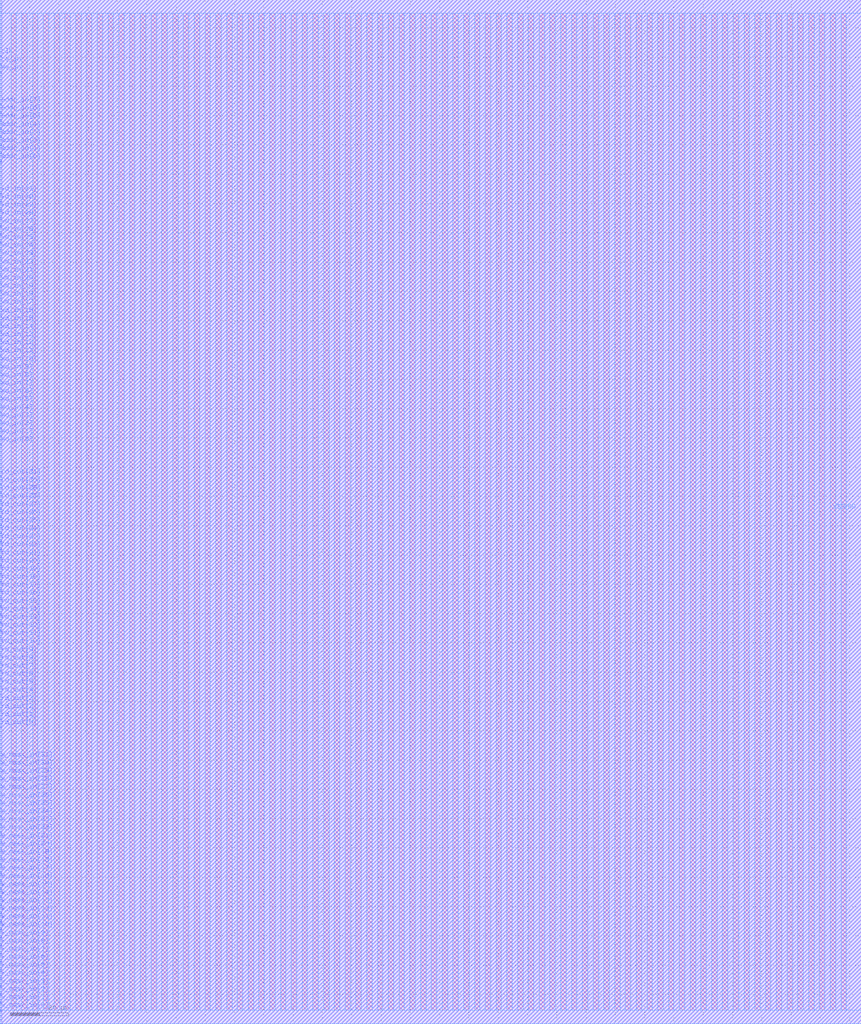
<source format=lef>
VERSION 5.7 ;
BUSBITCHARS "[]" ;
MACRO fakeram130_256x32
  FOREIGN fakeram130_256x32 0 0 ;
  SYMMETRY X Y ;
  SIZE 293.940 BY 349.520 ;
  CLASS BLOCK ;
  PIN w_mask_in[0]
    DIRECTION INPUT ;
    USE SIGNAL ;
    SHAPE ABUTMENT ;
    PORT
      LAYER met3 ;
      RECT 0.000 4.370 0.460 4.830 ;
    END
  END w_mask_in[0]
  PIN w_mask_in[1]
    DIRECTION INPUT ;
    USE SIGNAL ;
    SHAPE ABUTMENT ;
    PORT
      LAYER met3 ;
      RECT 0.000 7.130 0.460 7.590 ;
    END
  END w_mask_in[1]
  PIN w_mask_in[2]
    DIRECTION INPUT ;
    USE SIGNAL ;
    SHAPE ABUTMENT ;
    PORT
      LAYER met3 ;
      RECT 0.000 9.890 0.460 10.350 ;
    END
  END w_mask_in[2]
  PIN w_mask_in[3]
    DIRECTION INPUT ;
    USE SIGNAL ;
    SHAPE ABUTMENT ;
    PORT
      LAYER met3 ;
      RECT 0.000 12.650 0.460 13.110 ;
    END
  END w_mask_in[3]
  PIN w_mask_in[4]
    DIRECTION INPUT ;
    USE SIGNAL ;
    SHAPE ABUTMENT ;
    PORT
      LAYER met3 ;
      RECT 0.000 15.410 0.460 15.870 ;
    END
  END w_mask_in[4]
  PIN w_mask_in[5]
    DIRECTION INPUT ;
    USE SIGNAL ;
    SHAPE ABUTMENT ;
    PORT
      LAYER met3 ;
      RECT 0.000 18.170 0.460 18.630 ;
    END
  END w_mask_in[5]
  PIN w_mask_in[6]
    DIRECTION INPUT ;
    USE SIGNAL ;
    SHAPE ABUTMENT ;
    PORT
      LAYER met3 ;
      RECT 0.000 20.930 0.460 21.390 ;
    END
  END w_mask_in[6]
  PIN w_mask_in[7]
    DIRECTION INPUT ;
    USE SIGNAL ;
    SHAPE ABUTMENT ;
    PORT
      LAYER met3 ;
      RECT 0.000 23.690 0.460 24.150 ;
    END
  END w_mask_in[7]
  PIN w_mask_in[8]
    DIRECTION INPUT ;
    USE SIGNAL ;
    SHAPE ABUTMENT ;
    PORT
      LAYER met3 ;
      RECT 0.000 26.450 0.460 26.910 ;
    END
  END w_mask_in[8]
  PIN w_mask_in[9]
    DIRECTION INPUT ;
    USE SIGNAL ;
    SHAPE ABUTMENT ;
    PORT
      LAYER met3 ;
      RECT 0.000 29.210 0.460 29.670 ;
    END
  END w_mask_in[9]
  PIN w_mask_in[10]
    DIRECTION INPUT ;
    USE SIGNAL ;
    SHAPE ABUTMENT ;
    PORT
      LAYER met3 ;
      RECT 0.000 31.970 0.460 32.430 ;
    END
  END w_mask_in[10]
  PIN w_mask_in[11]
    DIRECTION INPUT ;
    USE SIGNAL ;
    SHAPE ABUTMENT ;
    PORT
      LAYER met3 ;
      RECT 0.000 34.730 0.460 35.190 ;
    END
  END w_mask_in[11]
  PIN w_mask_in[12]
    DIRECTION INPUT ;
    USE SIGNAL ;
    SHAPE ABUTMENT ;
    PORT
      LAYER met3 ;
      RECT 0.000 37.490 0.460 37.950 ;
    END
  END w_mask_in[12]
  PIN w_mask_in[13]
    DIRECTION INPUT ;
    USE SIGNAL ;
    SHAPE ABUTMENT ;
    PORT
      LAYER met3 ;
      RECT 0.000 40.250 0.460 40.710 ;
    END
  END w_mask_in[13]
  PIN w_mask_in[14]
    DIRECTION INPUT ;
    USE SIGNAL ;
    SHAPE ABUTMENT ;
    PORT
      LAYER met3 ;
      RECT 0.000 43.010 0.460 43.470 ;
    END
  END w_mask_in[14]
  PIN w_mask_in[15]
    DIRECTION INPUT ;
    USE SIGNAL ;
    SHAPE ABUTMENT ;
    PORT
      LAYER met3 ;
      RECT 0.000 45.770 0.460 46.230 ;
    END
  END w_mask_in[15]
  PIN w_mask_in[16]
    DIRECTION INPUT ;
    USE SIGNAL ;
    SHAPE ABUTMENT ;
    PORT
      LAYER met3 ;
      RECT 0.000 48.530 0.460 48.990 ;
    END
  END w_mask_in[16]
  PIN w_mask_in[17]
    DIRECTION INPUT ;
    USE SIGNAL ;
    SHAPE ABUTMENT ;
    PORT
      LAYER met3 ;
      RECT 0.000 51.290 0.460 51.750 ;
    END
  END w_mask_in[17]
  PIN w_mask_in[18]
    DIRECTION INPUT ;
    USE SIGNAL ;
    SHAPE ABUTMENT ;
    PORT
      LAYER met3 ;
      RECT 0.000 54.050 0.460 54.510 ;
    END
  END w_mask_in[18]
  PIN w_mask_in[19]
    DIRECTION INPUT ;
    USE SIGNAL ;
    SHAPE ABUTMENT ;
    PORT
      LAYER met3 ;
      RECT 0.000 56.810 0.460 57.270 ;
    END
  END w_mask_in[19]
  PIN w_mask_in[20]
    DIRECTION INPUT ;
    USE SIGNAL ;
    SHAPE ABUTMENT ;
    PORT
      LAYER met3 ;
      RECT 0.000 59.570 0.460 60.030 ;
    END
  END w_mask_in[20]
  PIN w_mask_in[21]
    DIRECTION INPUT ;
    USE SIGNAL ;
    SHAPE ABUTMENT ;
    PORT
      LAYER met3 ;
      RECT 0.000 62.330 0.460 62.790 ;
    END
  END w_mask_in[21]
  PIN w_mask_in[22]
    DIRECTION INPUT ;
    USE SIGNAL ;
    SHAPE ABUTMENT ;
    PORT
      LAYER met3 ;
      RECT 0.000 65.090 0.460 65.550 ;
    END
  END w_mask_in[22]
  PIN w_mask_in[23]
    DIRECTION INPUT ;
    USE SIGNAL ;
    SHAPE ABUTMENT ;
    PORT
      LAYER met3 ;
      RECT 0.000 67.850 0.460 68.310 ;
    END
  END w_mask_in[23]
  PIN w_mask_in[24]
    DIRECTION INPUT ;
    USE SIGNAL ;
    SHAPE ABUTMENT ;
    PORT
      LAYER met3 ;
      RECT 0.000 70.610 0.460 71.070 ;
    END
  END w_mask_in[24]
  PIN w_mask_in[25]
    DIRECTION INPUT ;
    USE SIGNAL ;
    SHAPE ABUTMENT ;
    PORT
      LAYER met3 ;
      RECT 0.000 73.370 0.460 73.830 ;
    END
  END w_mask_in[25]
  PIN w_mask_in[26]
    DIRECTION INPUT ;
    USE SIGNAL ;
    SHAPE ABUTMENT ;
    PORT
      LAYER met3 ;
      RECT 0.000 76.130 0.460 76.590 ;
    END
  END w_mask_in[26]
  PIN w_mask_in[27]
    DIRECTION INPUT ;
    USE SIGNAL ;
    SHAPE ABUTMENT ;
    PORT
      LAYER met3 ;
      RECT 0.000 78.890 0.460 79.350 ;
    END
  END w_mask_in[27]
  PIN w_mask_in[28]
    DIRECTION INPUT ;
    USE SIGNAL ;
    SHAPE ABUTMENT ;
    PORT
      LAYER met3 ;
      RECT 0.000 81.650 0.460 82.110 ;
    END
  END w_mask_in[28]
  PIN w_mask_in[29]
    DIRECTION INPUT ;
    USE SIGNAL ;
    SHAPE ABUTMENT ;
    PORT
      LAYER met3 ;
      RECT 0.000 84.410 0.460 84.870 ;
    END
  END w_mask_in[29]
  PIN w_mask_in[30]
    DIRECTION INPUT ;
    USE SIGNAL ;
    SHAPE ABUTMENT ;
    PORT
      LAYER met3 ;
      RECT 0.000 87.170 0.460 87.630 ;
    END
  END w_mask_in[30]
  PIN w_mask_in[31]
    DIRECTION INPUT ;
    USE SIGNAL ;
    SHAPE ABUTMENT ;
    PORT
      LAYER met3 ;
      RECT 0.000 89.930 0.460 90.390 ;
    END
  END w_mask_in[31]
  PIN rd_out[0]
    DIRECTION OUTPUT ;
    USE SIGNAL ;
    SHAPE ABUTMENT ;
    PORT
      LAYER met3 ;
      RECT 0.000 100.970 0.460 101.430 ;
    END
  END rd_out[0]
  PIN rd_out[1]
    DIRECTION OUTPUT ;
    USE SIGNAL ;
    SHAPE ABUTMENT ;
    PORT
      LAYER met3 ;
      RECT 0.000 103.730 0.460 104.190 ;
    END
  END rd_out[1]
  PIN rd_out[2]
    DIRECTION OUTPUT ;
    USE SIGNAL ;
    SHAPE ABUTMENT ;
    PORT
      LAYER met3 ;
      RECT 0.000 106.490 0.460 106.950 ;
    END
  END rd_out[2]
  PIN rd_out[3]
    DIRECTION OUTPUT ;
    USE SIGNAL ;
    SHAPE ABUTMENT ;
    PORT
      LAYER met3 ;
      RECT 0.000 109.250 0.460 109.710 ;
    END
  END rd_out[3]
  PIN rd_out[4]
    DIRECTION OUTPUT ;
    USE SIGNAL ;
    SHAPE ABUTMENT ;
    PORT
      LAYER met3 ;
      RECT 0.000 112.010 0.460 112.470 ;
    END
  END rd_out[4]
  PIN rd_out[5]
    DIRECTION OUTPUT ;
    USE SIGNAL ;
    SHAPE ABUTMENT ;
    PORT
      LAYER met3 ;
      RECT 0.000 114.770 0.460 115.230 ;
    END
  END rd_out[5]
  PIN rd_out[6]
    DIRECTION OUTPUT ;
    USE SIGNAL ;
    SHAPE ABUTMENT ;
    PORT
      LAYER met3 ;
      RECT 0.000 117.530 0.460 117.990 ;
    END
  END rd_out[6]
  PIN rd_out[7]
    DIRECTION OUTPUT ;
    USE SIGNAL ;
    SHAPE ABUTMENT ;
    PORT
      LAYER met3 ;
      RECT 0.000 120.290 0.460 120.750 ;
    END
  END rd_out[7]
  PIN rd_out[8]
    DIRECTION OUTPUT ;
    USE SIGNAL ;
    SHAPE ABUTMENT ;
    PORT
      LAYER met3 ;
      RECT 0.000 123.050 0.460 123.510 ;
    END
  END rd_out[8]
  PIN rd_out[9]
    DIRECTION OUTPUT ;
    USE SIGNAL ;
    SHAPE ABUTMENT ;
    PORT
      LAYER met3 ;
      RECT 0.000 125.810 0.460 126.270 ;
    END
  END rd_out[9]
  PIN rd_out[10]
    DIRECTION OUTPUT ;
    USE SIGNAL ;
    SHAPE ABUTMENT ;
    PORT
      LAYER met3 ;
      RECT 0.000 128.570 0.460 129.030 ;
    END
  END rd_out[10]
  PIN rd_out[11]
    DIRECTION OUTPUT ;
    USE SIGNAL ;
    SHAPE ABUTMENT ;
    PORT
      LAYER met3 ;
      RECT 0.000 131.330 0.460 131.790 ;
    END
  END rd_out[11]
  PIN rd_out[12]
    DIRECTION OUTPUT ;
    USE SIGNAL ;
    SHAPE ABUTMENT ;
    PORT
      LAYER met3 ;
      RECT 0.000 134.090 0.460 134.550 ;
    END
  END rd_out[12]
  PIN rd_out[13]
    DIRECTION OUTPUT ;
    USE SIGNAL ;
    SHAPE ABUTMENT ;
    PORT
      LAYER met3 ;
      RECT 0.000 136.850 0.460 137.310 ;
    END
  END rd_out[13]
  PIN rd_out[14]
    DIRECTION OUTPUT ;
    USE SIGNAL ;
    SHAPE ABUTMENT ;
    PORT
      LAYER met3 ;
      RECT 0.000 139.610 0.460 140.070 ;
    END
  END rd_out[14]
  PIN rd_out[15]
    DIRECTION OUTPUT ;
    USE SIGNAL ;
    SHAPE ABUTMENT ;
    PORT
      LAYER met3 ;
      RECT 0.000 142.370 0.460 142.830 ;
    END
  END rd_out[15]
  PIN rd_out[16]
    DIRECTION OUTPUT ;
    USE SIGNAL ;
    SHAPE ABUTMENT ;
    PORT
      LAYER met3 ;
      RECT 0.000 145.130 0.460 145.590 ;
    END
  END rd_out[16]
  PIN rd_out[17]
    DIRECTION OUTPUT ;
    USE SIGNAL ;
    SHAPE ABUTMENT ;
    PORT
      LAYER met3 ;
      RECT 0.000 147.890 0.460 148.350 ;
    END
  END rd_out[17]
  PIN rd_out[18]
    DIRECTION OUTPUT ;
    USE SIGNAL ;
    SHAPE ABUTMENT ;
    PORT
      LAYER met3 ;
      RECT 0.000 150.650 0.460 151.110 ;
    END
  END rd_out[18]
  PIN rd_out[19]
    DIRECTION OUTPUT ;
    USE SIGNAL ;
    SHAPE ABUTMENT ;
    PORT
      LAYER met3 ;
      RECT 0.000 153.410 0.460 153.870 ;
    END
  END rd_out[19]
  PIN rd_out[20]
    DIRECTION OUTPUT ;
    USE SIGNAL ;
    SHAPE ABUTMENT ;
    PORT
      LAYER met3 ;
      RECT 0.000 156.170 0.460 156.630 ;
    END
  END rd_out[20]
  PIN rd_out[21]
    DIRECTION OUTPUT ;
    USE SIGNAL ;
    SHAPE ABUTMENT ;
    PORT
      LAYER met3 ;
      RECT 0.000 158.930 0.460 159.390 ;
    END
  END rd_out[21]
  PIN rd_out[22]
    DIRECTION OUTPUT ;
    USE SIGNAL ;
    SHAPE ABUTMENT ;
    PORT
      LAYER met3 ;
      RECT 0.000 161.690 0.460 162.150 ;
    END
  END rd_out[22]
  PIN rd_out[23]
    DIRECTION OUTPUT ;
    USE SIGNAL ;
    SHAPE ABUTMENT ;
    PORT
      LAYER met3 ;
      RECT 0.000 164.450 0.460 164.910 ;
    END
  END rd_out[23]
  PIN rd_out[24]
    DIRECTION OUTPUT ;
    USE SIGNAL ;
    SHAPE ABUTMENT ;
    PORT
      LAYER met3 ;
      RECT 0.000 167.210 0.460 167.670 ;
    END
  END rd_out[24]
  PIN rd_out[25]
    DIRECTION OUTPUT ;
    USE SIGNAL ;
    SHAPE ABUTMENT ;
    PORT
      LAYER met3 ;
      RECT 0.000 169.970 0.460 170.430 ;
    END
  END rd_out[25]
  PIN rd_out[26]
    DIRECTION OUTPUT ;
    USE SIGNAL ;
    SHAPE ABUTMENT ;
    PORT
      LAYER met3 ;
      RECT 0.000 172.730 0.460 173.190 ;
    END
  END rd_out[26]
  PIN rd_out[27]
    DIRECTION OUTPUT ;
    USE SIGNAL ;
    SHAPE ABUTMENT ;
    PORT
      LAYER met3 ;
      RECT 0.000 175.490 0.460 175.950 ;
    END
  END rd_out[27]
  PIN rd_out[28]
    DIRECTION OUTPUT ;
    USE SIGNAL ;
    SHAPE ABUTMENT ;
    PORT
      LAYER met3 ;
      RECT 0.000 178.250 0.460 178.710 ;
    END
  END rd_out[28]
  PIN rd_out[29]
    DIRECTION OUTPUT ;
    USE SIGNAL ;
    SHAPE ABUTMENT ;
    PORT
      LAYER met3 ;
      RECT 0.000 181.010 0.460 181.470 ;
    END
  END rd_out[29]
  PIN rd_out[30]
    DIRECTION OUTPUT ;
    USE SIGNAL ;
    SHAPE ABUTMENT ;
    PORT
      LAYER met3 ;
      RECT 0.000 183.770 0.460 184.230 ;
    END
  END rd_out[30]
  PIN rd_out[31]
    DIRECTION OUTPUT ;
    USE SIGNAL ;
    SHAPE ABUTMENT ;
    PORT
      LAYER met3 ;
      RECT 0.000 186.530 0.460 186.990 ;
    END
  END rd_out[31]
  PIN wd_in[0]
    DIRECTION INPUT ;
    USE SIGNAL ;
    SHAPE ABUTMENT ;
    PORT
      LAYER met3 ;
      RECT 0.000 197.570 0.460 198.030 ;
    END
  END wd_in[0]
  PIN wd_in[1]
    DIRECTION INPUT ;
    USE SIGNAL ;
    SHAPE ABUTMENT ;
    PORT
      LAYER met3 ;
      RECT 0.000 200.330 0.460 200.790 ;
    END
  END wd_in[1]
  PIN wd_in[2]
    DIRECTION INPUT ;
    USE SIGNAL ;
    SHAPE ABUTMENT ;
    PORT
      LAYER met3 ;
      RECT 0.000 203.090 0.460 203.550 ;
    END
  END wd_in[2]
  PIN wd_in[3]
    DIRECTION INPUT ;
    USE SIGNAL ;
    SHAPE ABUTMENT ;
    PORT
      LAYER met3 ;
      RECT 0.000 205.850 0.460 206.310 ;
    END
  END wd_in[3]
  PIN wd_in[4]
    DIRECTION INPUT ;
    USE SIGNAL ;
    SHAPE ABUTMENT ;
    PORT
      LAYER met3 ;
      RECT 0.000 208.610 0.460 209.070 ;
    END
  END wd_in[4]
  PIN wd_in[5]
    DIRECTION INPUT ;
    USE SIGNAL ;
    SHAPE ABUTMENT ;
    PORT
      LAYER met3 ;
      RECT 0.000 211.370 0.460 211.830 ;
    END
  END wd_in[5]
  PIN wd_in[6]
    DIRECTION INPUT ;
    USE SIGNAL ;
    SHAPE ABUTMENT ;
    PORT
      LAYER met3 ;
      RECT 0.000 214.130 0.460 214.590 ;
    END
  END wd_in[6]
  PIN wd_in[7]
    DIRECTION INPUT ;
    USE SIGNAL ;
    SHAPE ABUTMENT ;
    PORT
      LAYER met3 ;
      RECT 0.000 216.890 0.460 217.350 ;
    END
  END wd_in[7]
  PIN wd_in[8]
    DIRECTION INPUT ;
    USE SIGNAL ;
    SHAPE ABUTMENT ;
    PORT
      LAYER met3 ;
      RECT 0.000 219.650 0.460 220.110 ;
    END
  END wd_in[8]
  PIN wd_in[9]
    DIRECTION INPUT ;
    USE SIGNAL ;
    SHAPE ABUTMENT ;
    PORT
      LAYER met3 ;
      RECT 0.000 222.410 0.460 222.870 ;
    END
  END wd_in[9]
  PIN wd_in[10]
    DIRECTION INPUT ;
    USE SIGNAL ;
    SHAPE ABUTMENT ;
    PORT
      LAYER met3 ;
      RECT 0.000 225.170 0.460 225.630 ;
    END
  END wd_in[10]
  PIN wd_in[11]
    DIRECTION INPUT ;
    USE SIGNAL ;
    SHAPE ABUTMENT ;
    PORT
      LAYER met3 ;
      RECT 0.000 227.930 0.460 228.390 ;
    END
  END wd_in[11]
  PIN wd_in[12]
    DIRECTION INPUT ;
    USE SIGNAL ;
    SHAPE ABUTMENT ;
    PORT
      LAYER met3 ;
      RECT 0.000 230.690 0.460 231.150 ;
    END
  END wd_in[12]
  PIN wd_in[13]
    DIRECTION INPUT ;
    USE SIGNAL ;
    SHAPE ABUTMENT ;
    PORT
      LAYER met3 ;
      RECT 0.000 233.450 0.460 233.910 ;
    END
  END wd_in[13]
  PIN wd_in[14]
    DIRECTION INPUT ;
    USE SIGNAL ;
    SHAPE ABUTMENT ;
    PORT
      LAYER met3 ;
      RECT 0.000 236.210 0.460 236.670 ;
    END
  END wd_in[14]
  PIN wd_in[15]
    DIRECTION INPUT ;
    USE SIGNAL ;
    SHAPE ABUTMENT ;
    PORT
      LAYER met3 ;
      RECT 0.000 238.970 0.460 239.430 ;
    END
  END wd_in[15]
  PIN wd_in[16]
    DIRECTION INPUT ;
    USE SIGNAL ;
    SHAPE ABUTMENT ;
    PORT
      LAYER met3 ;
      RECT 0.000 241.730 0.460 242.190 ;
    END
  END wd_in[16]
  PIN wd_in[17]
    DIRECTION INPUT ;
    USE SIGNAL ;
    SHAPE ABUTMENT ;
    PORT
      LAYER met3 ;
      RECT 0.000 244.490 0.460 244.950 ;
    END
  END wd_in[17]
  PIN wd_in[18]
    DIRECTION INPUT ;
    USE SIGNAL ;
    SHAPE ABUTMENT ;
    PORT
      LAYER met3 ;
      RECT 0.000 247.250 0.460 247.710 ;
    END
  END wd_in[18]
  PIN wd_in[19]
    DIRECTION INPUT ;
    USE SIGNAL ;
    SHAPE ABUTMENT ;
    PORT
      LAYER met3 ;
      RECT 0.000 250.010 0.460 250.470 ;
    END
  END wd_in[19]
  PIN wd_in[20]
    DIRECTION INPUT ;
    USE SIGNAL ;
    SHAPE ABUTMENT ;
    PORT
      LAYER met3 ;
      RECT 0.000 252.770 0.460 253.230 ;
    END
  END wd_in[20]
  PIN wd_in[21]
    DIRECTION INPUT ;
    USE SIGNAL ;
    SHAPE ABUTMENT ;
    PORT
      LAYER met3 ;
      RECT 0.000 255.530 0.460 255.990 ;
    END
  END wd_in[21]
  PIN wd_in[22]
    DIRECTION INPUT ;
    USE SIGNAL ;
    SHAPE ABUTMENT ;
    PORT
      LAYER met3 ;
      RECT 0.000 258.290 0.460 258.750 ;
    END
  END wd_in[22]
  PIN wd_in[23]
    DIRECTION INPUT ;
    USE SIGNAL ;
    SHAPE ABUTMENT ;
    PORT
      LAYER met3 ;
      RECT 0.000 261.050 0.460 261.510 ;
    END
  END wd_in[23]
  PIN wd_in[24]
    DIRECTION INPUT ;
    USE SIGNAL ;
    SHAPE ABUTMENT ;
    PORT
      LAYER met3 ;
      RECT 0.000 263.810 0.460 264.270 ;
    END
  END wd_in[24]
  PIN wd_in[25]
    DIRECTION INPUT ;
    USE SIGNAL ;
    SHAPE ABUTMENT ;
    PORT
      LAYER met3 ;
      RECT 0.000 266.570 0.460 267.030 ;
    END
  END wd_in[25]
  PIN wd_in[26]
    DIRECTION INPUT ;
    USE SIGNAL ;
    SHAPE ABUTMENT ;
    PORT
      LAYER met3 ;
      RECT 0.000 269.330 0.460 269.790 ;
    END
  END wd_in[26]
  PIN wd_in[27]
    DIRECTION INPUT ;
    USE SIGNAL ;
    SHAPE ABUTMENT ;
    PORT
      LAYER met3 ;
      RECT 0.000 272.090 0.460 272.550 ;
    END
  END wd_in[27]
  PIN wd_in[28]
    DIRECTION INPUT ;
    USE SIGNAL ;
    SHAPE ABUTMENT ;
    PORT
      LAYER met3 ;
      RECT 0.000 274.850 0.460 275.310 ;
    END
  END wd_in[28]
  PIN wd_in[29]
    DIRECTION INPUT ;
    USE SIGNAL ;
    SHAPE ABUTMENT ;
    PORT
      LAYER met3 ;
      RECT 0.000 277.610 0.460 278.070 ;
    END
  END wd_in[29]
  PIN wd_in[30]
    DIRECTION INPUT ;
    USE SIGNAL ;
    SHAPE ABUTMENT ;
    PORT
      LAYER met3 ;
      RECT 0.000 280.370 0.460 280.830 ;
    END
  END wd_in[30]
  PIN wd_in[31]
    DIRECTION INPUT ;
    USE SIGNAL ;
    SHAPE ABUTMENT ;
    PORT
      LAYER met3 ;
      RECT 0.000 283.130 0.460 283.590 ;
    END
  END wd_in[31]
  PIN addr_in[0]
    DIRECTION INPUT ;
    USE SIGNAL ;
    SHAPE ABUTMENT ;
    PORT
      LAYER met3 ;
      RECT 0.000 294.170 0.460 294.630 ;
    END
  END addr_in[0]
  PIN addr_in[1]
    DIRECTION INPUT ;
    USE SIGNAL ;
    SHAPE ABUTMENT ;
    PORT
      LAYER met3 ;
      RECT 0.000 296.930 0.460 297.390 ;
    END
  END addr_in[1]
  PIN addr_in[2]
    DIRECTION INPUT ;
    USE SIGNAL ;
    SHAPE ABUTMENT ;
    PORT
      LAYER met3 ;
      RECT 0.000 299.690 0.460 300.150 ;
    END
  END addr_in[2]
  PIN addr_in[3]
    DIRECTION INPUT ;
    USE SIGNAL ;
    SHAPE ABUTMENT ;
    PORT
      LAYER met3 ;
      RECT 0.000 302.450 0.460 302.910 ;
    END
  END addr_in[3]
  PIN addr_in[4]
    DIRECTION INPUT ;
    USE SIGNAL ;
    SHAPE ABUTMENT ;
    PORT
      LAYER met3 ;
      RECT 0.000 305.210 0.460 305.670 ;
    END
  END addr_in[4]
  PIN addr_in[5]
    DIRECTION INPUT ;
    USE SIGNAL ;
    SHAPE ABUTMENT ;
    PORT
      LAYER met3 ;
      RECT 0.000 307.970 0.460 308.430 ;
    END
  END addr_in[5]
  PIN addr_in[6]
    DIRECTION INPUT ;
    USE SIGNAL ;
    SHAPE ABUTMENT ;
    PORT
      LAYER met3 ;
      RECT 0.000 310.730 0.460 311.190 ;
    END
  END addr_in[6]
  PIN addr_in[7]
    DIRECTION INPUT ;
    USE SIGNAL ;
    SHAPE ABUTMENT ;
    PORT
      LAYER met3 ;
      RECT 0.000 313.490 0.460 313.950 ;
    END
  END addr_in[7]
  PIN we_in
    DIRECTION INPUT ;
    USE SIGNAL ;
    SHAPE ABUTMENT ;
    PORT
      LAYER met3 ;
      RECT 0.000 324.530 0.460 324.990 ;
    END
  END we_in
  PIN ce_in
    DIRECTION INPUT ;
    USE SIGNAL ;
    SHAPE ABUTMENT ;
    PORT
      LAYER met3 ;
      RECT 0.000 327.290 0.460 327.750 ;
    END
  END ce_in
  PIN clk
    DIRECTION INPUT ;
    USE SIGNAL ;
    SHAPE ABUTMENT ;
    PORT
      LAYER met3 ;
      RECT 0.000 330.050 0.460 330.510 ;
    END
  END clk
  PIN VSS
    DIRECTION INOUT ;
    USE GROUND ;
    PORT
      LAYER met4 ;
      RECT 3.680 4.600 5.520 344.920 ;
      RECT 11.040 4.600 12.880 344.920 ;
      RECT 18.400 4.600 20.240 344.920 ;
      RECT 25.760 4.600 27.600 344.920 ;
      RECT 33.120 4.600 34.960 344.920 ;
      RECT 40.480 4.600 42.320 344.920 ;
      RECT 47.840 4.600 49.680 344.920 ;
      RECT 55.200 4.600 57.040 344.920 ;
      RECT 62.560 4.600 64.400 344.920 ;
      RECT 69.920 4.600 71.760 344.920 ;
      RECT 77.280 4.600 79.120 344.920 ;
      RECT 84.640 4.600 86.480 344.920 ;
      RECT 92.000 4.600 93.840 344.920 ;
      RECT 99.360 4.600 101.200 344.920 ;
      RECT 106.720 4.600 108.560 344.920 ;
      RECT 114.080 4.600 115.920 344.920 ;
      RECT 121.440 4.600 123.280 344.920 ;
      RECT 128.800 4.600 130.640 344.920 ;
      RECT 136.160 4.600 138.000 344.920 ;
      RECT 143.520 4.600 145.360 344.920 ;
      RECT 150.880 4.600 152.720 344.920 ;
      RECT 158.240 4.600 160.080 344.920 ;
      RECT 165.600 4.600 167.440 344.920 ;
      RECT 172.960 4.600 174.800 344.920 ;
      RECT 180.320 4.600 182.160 344.920 ;
      RECT 187.680 4.600 189.520 344.920 ;
      RECT 195.040 4.600 196.880 344.920 ;
      RECT 202.400 4.600 204.240 344.920 ;
      RECT 209.760 4.600 211.600 344.920 ;
      RECT 217.120 4.600 218.960 344.920 ;
      RECT 224.480 4.600 226.320 344.920 ;
      RECT 231.840 4.600 233.680 344.920 ;
      RECT 239.200 4.600 241.040 344.920 ;
      RECT 246.560 4.600 248.400 344.920 ;
      RECT 253.920 4.600 255.760 344.920 ;
      RECT 261.280 4.600 263.120 344.920 ;
      RECT 268.640 4.600 270.480 344.920 ;
      RECT 276.000 4.600 277.840 344.920 ;
      RECT 283.360 4.600 285.200 344.920 ;
    END
  END VSS
  PIN VDD
    DIRECTION INOUT ;
    USE POWER ;
    PORT
      LAYER met4 ;
      RECT 7.360 4.600 9.200 344.920 ;
      RECT 14.720 4.600 16.560 344.920 ;
      RECT 22.080 4.600 23.920 344.920 ;
      RECT 29.440 4.600 31.280 344.920 ;
      RECT 36.800 4.600 38.640 344.920 ;
      RECT 44.160 4.600 46.000 344.920 ;
      RECT 51.520 4.600 53.360 344.920 ;
      RECT 58.880 4.600 60.720 344.920 ;
      RECT 66.240 4.600 68.080 344.920 ;
      RECT 73.600 4.600 75.440 344.920 ;
      RECT 80.960 4.600 82.800 344.920 ;
      RECT 88.320 4.600 90.160 344.920 ;
      RECT 95.680 4.600 97.520 344.920 ;
      RECT 103.040 4.600 104.880 344.920 ;
      RECT 110.400 4.600 112.240 344.920 ;
      RECT 117.760 4.600 119.600 344.920 ;
      RECT 125.120 4.600 126.960 344.920 ;
      RECT 132.480 4.600 134.320 344.920 ;
      RECT 139.840 4.600 141.680 344.920 ;
      RECT 147.200 4.600 149.040 344.920 ;
      RECT 154.560 4.600 156.400 344.920 ;
      RECT 161.920 4.600 163.760 344.920 ;
      RECT 169.280 4.600 171.120 344.920 ;
      RECT 176.640 4.600 178.480 344.920 ;
      RECT 184.000 4.600 185.840 344.920 ;
      RECT 191.360 4.600 193.200 344.920 ;
      RECT 198.720 4.600 200.560 344.920 ;
      RECT 206.080 4.600 207.920 344.920 ;
      RECT 213.440 4.600 215.280 344.920 ;
      RECT 220.800 4.600 222.640 344.920 ;
      RECT 228.160 4.600 230.000 344.920 ;
      RECT 235.520 4.600 237.360 344.920 ;
      RECT 242.880 4.600 244.720 344.920 ;
      RECT 250.240 4.600 252.080 344.920 ;
      RECT 257.600 4.600 259.440 344.920 ;
      RECT 264.960 4.600 266.800 344.920 ;
      RECT 272.320 4.600 274.160 344.920 ;
      RECT 279.680 4.600 281.520 344.920 ;
      RECT 287.040 4.600 288.880 344.920 ;
    END
  END VDD
  OBS
    LAYER met1 ;
    RECT 0 0 293.940 349.520 ;
    LAYER met2 ;
    RECT 0 0 293.940 349.520 ;
    LAYER met3 ;
    RECT 0.460 0 293.940 349.520 ;
    RECT 0 0.000 0.460 4.370 ;
    RECT 0 4.830 0.460 7.130 ;
    RECT 0 7.590 0.460 9.890 ;
    RECT 0 10.350 0.460 12.650 ;
    RECT 0 13.110 0.460 15.410 ;
    RECT 0 15.870 0.460 18.170 ;
    RECT 0 18.630 0.460 20.930 ;
    RECT 0 21.390 0.460 23.690 ;
    RECT 0 24.150 0.460 26.450 ;
    RECT 0 26.910 0.460 29.210 ;
    RECT 0 29.670 0.460 31.970 ;
    RECT 0 32.430 0.460 34.730 ;
    RECT 0 35.190 0.460 37.490 ;
    RECT 0 37.950 0.460 40.250 ;
    RECT 0 40.710 0.460 43.010 ;
    RECT 0 43.470 0.460 45.770 ;
    RECT 0 46.230 0.460 48.530 ;
    RECT 0 48.990 0.460 51.290 ;
    RECT 0 51.750 0.460 54.050 ;
    RECT 0 54.510 0.460 56.810 ;
    RECT 0 57.270 0.460 59.570 ;
    RECT 0 60.030 0.460 62.330 ;
    RECT 0 62.790 0.460 65.090 ;
    RECT 0 65.550 0.460 67.850 ;
    RECT 0 68.310 0.460 70.610 ;
    RECT 0 71.070 0.460 73.370 ;
    RECT 0 73.830 0.460 76.130 ;
    RECT 0 76.590 0.460 78.890 ;
    RECT 0 79.350 0.460 81.650 ;
    RECT 0 82.110 0.460 84.410 ;
    RECT 0 84.870 0.460 87.170 ;
    RECT 0 87.630 0.460 89.930 ;
    RECT 0 90.390 0.460 100.970 ;
    RECT 0 101.430 0.460 103.730 ;
    RECT 0 104.190 0.460 106.490 ;
    RECT 0 106.950 0.460 109.250 ;
    RECT 0 109.710 0.460 112.010 ;
    RECT 0 112.470 0.460 114.770 ;
    RECT 0 115.230 0.460 117.530 ;
    RECT 0 117.990 0.460 120.290 ;
    RECT 0 120.750 0.460 123.050 ;
    RECT 0 123.510 0.460 125.810 ;
    RECT 0 126.270 0.460 128.570 ;
    RECT 0 129.030 0.460 131.330 ;
    RECT 0 131.790 0.460 134.090 ;
    RECT 0 134.550 0.460 136.850 ;
    RECT 0 137.310 0.460 139.610 ;
    RECT 0 140.070 0.460 142.370 ;
    RECT 0 142.830 0.460 145.130 ;
    RECT 0 145.590 0.460 147.890 ;
    RECT 0 148.350 0.460 150.650 ;
    RECT 0 151.110 0.460 153.410 ;
    RECT 0 153.870 0.460 156.170 ;
    RECT 0 156.630 0.460 158.930 ;
    RECT 0 159.390 0.460 161.690 ;
    RECT 0 162.150 0.460 164.450 ;
    RECT 0 164.910 0.460 167.210 ;
    RECT 0 167.670 0.460 169.970 ;
    RECT 0 170.430 0.460 172.730 ;
    RECT 0 173.190 0.460 175.490 ;
    RECT 0 175.950 0.460 178.250 ;
    RECT 0 178.710 0.460 181.010 ;
    RECT 0 181.470 0.460 183.770 ;
    RECT 0 184.230 0.460 186.530 ;
    RECT 0 186.990 0.460 197.570 ;
    RECT 0 198.030 0.460 200.330 ;
    RECT 0 200.790 0.460 203.090 ;
    RECT 0 203.550 0.460 205.850 ;
    RECT 0 206.310 0.460 208.610 ;
    RECT 0 209.070 0.460 211.370 ;
    RECT 0 211.830 0.460 214.130 ;
    RECT 0 214.590 0.460 216.890 ;
    RECT 0 217.350 0.460 219.650 ;
    RECT 0 220.110 0.460 222.410 ;
    RECT 0 222.870 0.460 225.170 ;
    RECT 0 225.630 0.460 227.930 ;
    RECT 0 228.390 0.460 230.690 ;
    RECT 0 231.150 0.460 233.450 ;
    RECT 0 233.910 0.460 236.210 ;
    RECT 0 236.670 0.460 238.970 ;
    RECT 0 239.430 0.460 241.730 ;
    RECT 0 242.190 0.460 244.490 ;
    RECT 0 244.950 0.460 247.250 ;
    RECT 0 247.710 0.460 250.010 ;
    RECT 0 250.470 0.460 252.770 ;
    RECT 0 253.230 0.460 255.530 ;
    RECT 0 255.990 0.460 258.290 ;
    RECT 0 258.750 0.460 261.050 ;
    RECT 0 261.510 0.460 263.810 ;
    RECT 0 264.270 0.460 266.570 ;
    RECT 0 267.030 0.460 269.330 ;
    RECT 0 269.790 0.460 272.090 ;
    RECT 0 272.550 0.460 274.850 ;
    RECT 0 275.310 0.460 277.610 ;
    RECT 0 278.070 0.460 280.370 ;
    RECT 0 280.830 0.460 283.130 ;
    RECT 0 283.590 0.460 294.170 ;
    RECT 0 294.630 0.460 296.930 ;
    RECT 0 297.390 0.460 299.690 ;
    RECT 0 300.150 0.460 302.450 ;
    RECT 0 302.910 0.460 305.210 ;
    RECT 0 305.670 0.460 307.970 ;
    RECT 0 308.430 0.460 310.730 ;
    RECT 0 311.190 0.460 313.490 ;
    RECT 0 313.950 0.460 324.530 ;
    RECT 0 324.990 0.460 327.290 ;
    RECT 0 327.750 0.460 330.050 ;
    RECT 0 330.510 0.460 349.520 ;
    LAYER met4 ;
    RECT 0 0 293.940 4.600 ;
    RECT 0 344.920 293.940 349.520 ;
    RECT 0.000 4.600 3.680 344.920 ;
    RECT 5.520 4.600 7.360 344.920 ;
    RECT 9.200 4.600 11.040 344.920 ;
    RECT 12.880 4.600 14.720 344.920 ;
    RECT 16.560 4.600 18.400 344.920 ;
    RECT 20.240 4.600 22.080 344.920 ;
    RECT 23.920 4.600 25.760 344.920 ;
    RECT 27.600 4.600 29.440 344.920 ;
    RECT 31.280 4.600 33.120 344.920 ;
    RECT 34.960 4.600 36.800 344.920 ;
    RECT 38.640 4.600 40.480 344.920 ;
    RECT 42.320 4.600 44.160 344.920 ;
    RECT 46.000 4.600 47.840 344.920 ;
    RECT 49.680 4.600 51.520 344.920 ;
    RECT 53.360 4.600 55.200 344.920 ;
    RECT 57.040 4.600 58.880 344.920 ;
    RECT 60.720 4.600 62.560 344.920 ;
    RECT 64.400 4.600 66.240 344.920 ;
    RECT 68.080 4.600 69.920 344.920 ;
    RECT 71.760 4.600 73.600 344.920 ;
    RECT 75.440 4.600 77.280 344.920 ;
    RECT 79.120 4.600 80.960 344.920 ;
    RECT 82.800 4.600 84.640 344.920 ;
    RECT 86.480 4.600 88.320 344.920 ;
    RECT 90.160 4.600 92.000 344.920 ;
    RECT 93.840 4.600 95.680 344.920 ;
    RECT 97.520 4.600 99.360 344.920 ;
    RECT 101.200 4.600 103.040 344.920 ;
    RECT 104.880 4.600 106.720 344.920 ;
    RECT 108.560 4.600 110.400 344.920 ;
    RECT 112.240 4.600 114.080 344.920 ;
    RECT 115.920 4.600 117.760 344.920 ;
    RECT 119.600 4.600 121.440 344.920 ;
    RECT 123.280 4.600 125.120 344.920 ;
    RECT 126.960 4.600 128.800 344.920 ;
    RECT 130.640 4.600 132.480 344.920 ;
    RECT 134.320 4.600 136.160 344.920 ;
    RECT 138.000 4.600 139.840 344.920 ;
    RECT 141.680 4.600 143.520 344.920 ;
    RECT 145.360 4.600 147.200 344.920 ;
    RECT 149.040 4.600 150.880 344.920 ;
    RECT 152.720 4.600 154.560 344.920 ;
    RECT 156.400 4.600 158.240 344.920 ;
    RECT 160.080 4.600 161.920 344.920 ;
    RECT 163.760 4.600 165.600 344.920 ;
    RECT 167.440 4.600 169.280 344.920 ;
    RECT 171.120 4.600 172.960 344.920 ;
    RECT 174.800 4.600 176.640 344.920 ;
    RECT 178.480 4.600 180.320 344.920 ;
    RECT 182.160 4.600 184.000 344.920 ;
    RECT 185.840 4.600 187.680 344.920 ;
    RECT 189.520 4.600 191.360 344.920 ;
    RECT 193.200 4.600 195.040 344.920 ;
    RECT 196.880 4.600 198.720 344.920 ;
    RECT 200.560 4.600 202.400 344.920 ;
    RECT 204.240 4.600 206.080 344.920 ;
    RECT 207.920 4.600 209.760 344.920 ;
    RECT 211.600 4.600 213.440 344.920 ;
    RECT 215.280 4.600 217.120 344.920 ;
    RECT 218.960 4.600 220.800 344.920 ;
    RECT 222.640 4.600 224.480 344.920 ;
    RECT 226.320 4.600 228.160 344.920 ;
    RECT 230.000 4.600 231.840 344.920 ;
    RECT 233.680 4.600 235.520 344.920 ;
    RECT 237.360 4.600 239.200 344.920 ;
    RECT 241.040 4.600 242.880 344.920 ;
    RECT 244.720 4.600 246.560 344.920 ;
    RECT 248.400 4.600 250.240 344.920 ;
    RECT 252.080 4.600 253.920 344.920 ;
    RECT 255.760 4.600 257.600 344.920 ;
    RECT 259.440 4.600 261.280 344.920 ;
    RECT 263.120 4.600 264.960 344.920 ;
    RECT 266.800 4.600 268.640 344.920 ;
    RECT 270.480 4.600 272.320 344.920 ;
    RECT 274.160 4.600 276.000 344.920 ;
    RECT 277.840 4.600 279.680 344.920 ;
    RECT 281.520 4.600 283.360 344.920 ;
    RECT 285.200 4.600 287.040 344.920 ;
    RECT 288.880 4.600 293.940 344.920 ;
  END
END fakeram130_256x32

END LIBRARY

</source>
